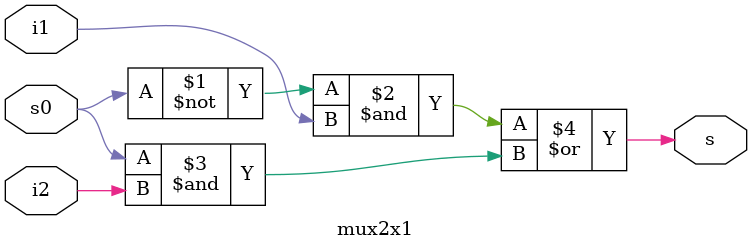
<source format=v>
module mux2x1(i1, i2, s, s0);

input i1, i2, s0;
output s;
assign s = (((~s0) & i1 ) | ((s0) & i2));
endmodule
</source>
